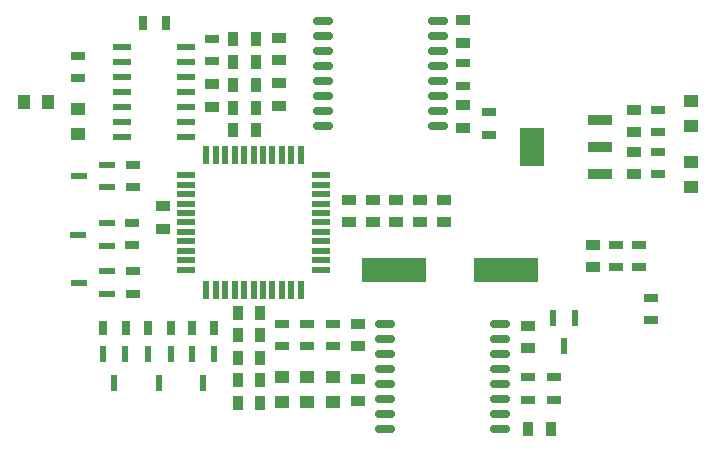
<source format=gtp>
G04*
G04 #@! TF.GenerationSoftware,Altium Limited,Altium Designer,18.1.9 (240)*
G04*
G04 Layer_Color=8421504*
%FSLAX44Y44*%
%MOMM*%
G71*
G01*
G75*
%ADD14R,1.2000X1.1000*%
%ADD15R,0.5500X1.5000*%
%ADD16R,1.5000X0.5500*%
%ADD17R,1.1000X1.2000*%
%ADD18R,1.3000X0.7000*%
%ADD19R,1.3000X0.9000*%
%ADD20R,0.9000X1.3000*%
%ADD21R,5.5000X2.0000*%
G04:AMPARAMS|DCode=22|XSize=0.6mm|YSize=1.65mm|CornerRadius=0.15mm|HoleSize=0mm|Usage=FLASHONLY|Rotation=90.000|XOffset=0mm|YOffset=0mm|HoleType=Round|Shape=RoundedRectangle|*
%AMROUNDEDRECTD22*
21,1,0.6000,1.3500,0,0,90.0*
21,1,0.3000,1.6500,0,0,90.0*
1,1,0.3000,0.6750,0.1500*
1,1,0.3000,0.6750,-0.1500*
1,1,0.3000,-0.6750,-0.1500*
1,1,0.3000,-0.6750,0.1500*
%
%ADD22ROUNDEDRECTD22*%
%ADD23R,0.6000X1.4000*%
%ADD24R,2.1500X3.2500*%
%ADD25R,2.1500X0.9500*%
%ADD26R,0.7000X1.3000*%
%ADD27R,1.4000X0.6000*%
D14*
X660750Y801500D02*
D03*
Y780500D02*
D03*
X876250Y553500D02*
D03*
Y574500D02*
D03*
X854500Y553500D02*
D03*
Y574500D02*
D03*
X833000Y553500D02*
D03*
Y574500D02*
D03*
X1179500Y736000D02*
D03*
Y757000D02*
D03*
Y787250D02*
D03*
Y808250D02*
D03*
D15*
X769000Y762750D02*
D03*
X777000D02*
D03*
X785000D02*
D03*
X793000D02*
D03*
X801000D02*
D03*
X809000D02*
D03*
X817000D02*
D03*
X825000D02*
D03*
X833000D02*
D03*
X841000D02*
D03*
X849000D02*
D03*
Y648750D02*
D03*
X841000D02*
D03*
X833000D02*
D03*
X825000D02*
D03*
X817000D02*
D03*
X809000D02*
D03*
X801000D02*
D03*
X793000D02*
D03*
X785000D02*
D03*
X777000D02*
D03*
X769000D02*
D03*
D16*
X866000Y745750D02*
D03*
Y737750D02*
D03*
Y729750D02*
D03*
Y721750D02*
D03*
Y713750D02*
D03*
Y705750D02*
D03*
Y697750D02*
D03*
Y689750D02*
D03*
Y681750D02*
D03*
Y673750D02*
D03*
Y665750D02*
D03*
X752000D02*
D03*
Y673750D02*
D03*
Y681750D02*
D03*
Y689750D02*
D03*
Y697750D02*
D03*
Y705750D02*
D03*
Y713750D02*
D03*
Y721750D02*
D03*
Y729750D02*
D03*
Y737750D02*
D03*
Y745750D02*
D03*
X698000Y854600D02*
D03*
Y841900D02*
D03*
Y829200D02*
D03*
Y816500D02*
D03*
Y803800D02*
D03*
Y791100D02*
D03*
Y778400D02*
D03*
X752000Y854600D02*
D03*
Y841900D02*
D03*
Y829200D02*
D03*
Y816500D02*
D03*
Y803800D02*
D03*
Y791100D02*
D03*
Y778400D02*
D03*
D17*
X614250Y807894D02*
D03*
X635250D02*
D03*
D18*
X1145500Y641750D02*
D03*
Y622750D02*
D03*
X1151750Y765500D02*
D03*
Y746500D02*
D03*
Y801250D02*
D03*
Y782250D02*
D03*
X1135250Y687000D02*
D03*
Y668000D02*
D03*
X1115500Y668000D02*
D03*
Y687000D02*
D03*
X876250Y620000D02*
D03*
Y601000D02*
D03*
X854500Y620000D02*
D03*
Y601000D02*
D03*
X833000Y620000D02*
D03*
Y601000D02*
D03*
X1063750Y574750D02*
D03*
Y555750D02*
D03*
X1041750Y574750D02*
D03*
Y555750D02*
D03*
X1008750Y780000D02*
D03*
Y799000D02*
D03*
X986750Y840500D02*
D03*
Y821500D02*
D03*
X706750Y645250D02*
D03*
Y664250D02*
D03*
X706750Y735750D02*
D03*
Y754750D02*
D03*
X706250Y686250D02*
D03*
Y705250D02*
D03*
X660750Y847000D02*
D03*
Y828000D02*
D03*
X773500Y842250D02*
D03*
Y861250D02*
D03*
D19*
X1130750Y765500D02*
D03*
Y746500D02*
D03*
Y801250D02*
D03*
Y782250D02*
D03*
X897500Y573250D02*
D03*
Y554250D02*
D03*
X1096000Y687000D02*
D03*
Y668000D02*
D03*
X897500Y620000D02*
D03*
Y601000D02*
D03*
X1041750Y618250D02*
D03*
Y599250D02*
D03*
X970250Y725000D02*
D03*
Y706000D02*
D03*
X950000Y725000D02*
D03*
Y706000D02*
D03*
X929500Y725000D02*
D03*
Y706000D02*
D03*
X909750Y725000D02*
D03*
Y706000D02*
D03*
X889500Y725000D02*
D03*
Y706000D02*
D03*
X986750Y805014D02*
D03*
Y786014D02*
D03*
X986250Y876750D02*
D03*
Y857750D02*
D03*
X732250Y719250D02*
D03*
Y700250D02*
D03*
X830250Y823500D02*
D03*
Y804500D02*
D03*
Y862000D02*
D03*
Y843000D02*
D03*
X773500Y803750D02*
D03*
Y822750D02*
D03*
D20*
X810750Y861250D02*
D03*
X791750D02*
D03*
X810750Y841750D02*
D03*
X791750D02*
D03*
X810750Y822250D02*
D03*
X791750D02*
D03*
X810750Y803000D02*
D03*
X791750D02*
D03*
X810750Y783750D02*
D03*
X791750D02*
D03*
X1060750Y530550D02*
D03*
X1041750D02*
D03*
X795750Y553000D02*
D03*
X814750D02*
D03*
X795500Y572250D02*
D03*
X814500D02*
D03*
X795500Y591250D02*
D03*
X814500D02*
D03*
X795500Y610500D02*
D03*
X814500D02*
D03*
X795500Y629500D02*
D03*
X814500D02*
D03*
D21*
X928000Y665500D02*
D03*
X1023000D02*
D03*
D22*
X1018000Y530550D02*
D03*
Y543250D02*
D03*
Y555950D02*
D03*
Y568650D02*
D03*
Y581350D02*
D03*
Y594050D02*
D03*
Y606750D02*
D03*
Y619450D02*
D03*
X920500Y530550D02*
D03*
Y543250D02*
D03*
Y555950D02*
D03*
Y568650D02*
D03*
Y581350D02*
D03*
Y594050D02*
D03*
Y606750D02*
D03*
Y619450D02*
D03*
X965250Y787800D02*
D03*
Y800500D02*
D03*
Y813200D02*
D03*
Y825900D02*
D03*
Y838600D02*
D03*
Y851300D02*
D03*
Y864000D02*
D03*
Y876700D02*
D03*
X867750Y787800D02*
D03*
Y800500D02*
D03*
Y813200D02*
D03*
Y825900D02*
D03*
Y838600D02*
D03*
Y851300D02*
D03*
Y864000D02*
D03*
Y876700D02*
D03*
D23*
X1081500Y625000D02*
D03*
X1062500D02*
D03*
X1072000Y601000D02*
D03*
X775500Y594000D02*
D03*
X756500D02*
D03*
X766000Y570000D02*
D03*
X738750Y594000D02*
D03*
X719750D02*
D03*
X729250Y570000D02*
D03*
X700500Y594000D02*
D03*
X681500D02*
D03*
X691000Y570000D02*
D03*
D24*
X1044500Y769750D02*
D03*
D25*
X1102500Y792750D02*
D03*
Y769750D02*
D03*
Y746750D02*
D03*
D26*
X775500Y616500D02*
D03*
X756500D02*
D03*
X738750D02*
D03*
X719750D02*
D03*
X700750Y616000D02*
D03*
X681750D02*
D03*
X715500Y874250D02*
D03*
X734500D02*
D03*
D27*
X684750Y686000D02*
D03*
Y705000D02*
D03*
X660750Y695500D02*
D03*
X685000Y645250D02*
D03*
Y664250D02*
D03*
X661000Y654750D02*
D03*
X685250Y735750D02*
D03*
Y754750D02*
D03*
X661250Y745250D02*
D03*
M02*

</source>
